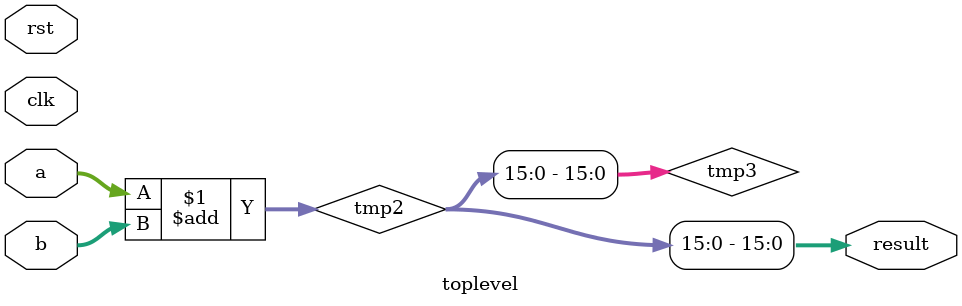
<source format=v>

module toplevel(clk, rst, a, b, result);
    input clk;
    input rst;
    input[15:0] a;
    input[15:0] b;
    output[15:0] result;

    wire[16:0] tmp2;
    wire[15:0] tmp3;

    // Combinational
    assign result = tmp3;
    assign tmp2 = a + b;
    assign tmp3 = {tmp2[15], tmp2[14], tmp2[13], tmp2[12], tmp2[11], tmp2[10], tmp2[9], tmp2[8], tmp2[7], tmp2[6], tmp2[5], tmp2[4], tmp2[3], tmp2[2], tmp2[1], tmp2[0]};

endmodule


</source>
